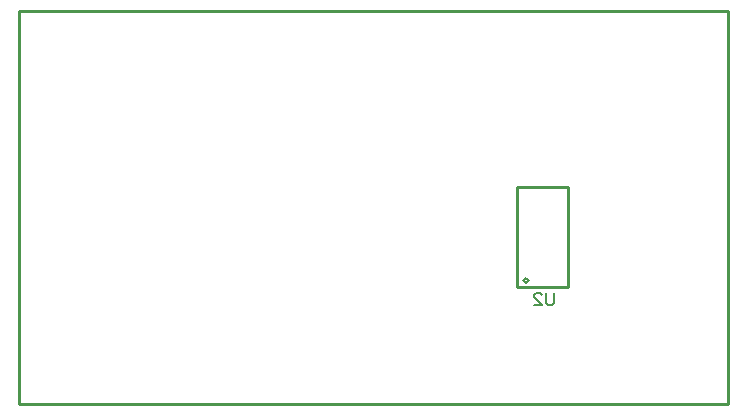
<source format=gbo>
G04 Layer_Color=32896*
%FSLAX44Y44*%
%MOMM*%
G71*
G01*
G75*
%ADD31C,0.2540*%
%ADD41C,0.1800*%
D31*
X780718Y551250D02*
G03*
X780718Y551250I-1768J0D01*
G01*
X782325Y545500D02*
X803575D01*
X771700D02*
Y629978D01*
X814450D01*
Y545750D02*
Y629978D01*
X771700Y545500D02*
X782325D01*
X803575D02*
X814200D01*
X350000Y447000D02*
Y779000D01*
X950000D01*
Y447000D02*
Y779000D01*
X350000Y447000D02*
X950000D01*
D41*
X802750Y540247D02*
Y531916D01*
X801084Y530250D01*
X797752D01*
X796086Y531916D01*
Y540247D01*
X786089Y530250D02*
X792753D01*
X786089Y536914D01*
Y538581D01*
X787755Y540247D01*
X791087D01*
X792753Y538581D01*
M02*

</source>
